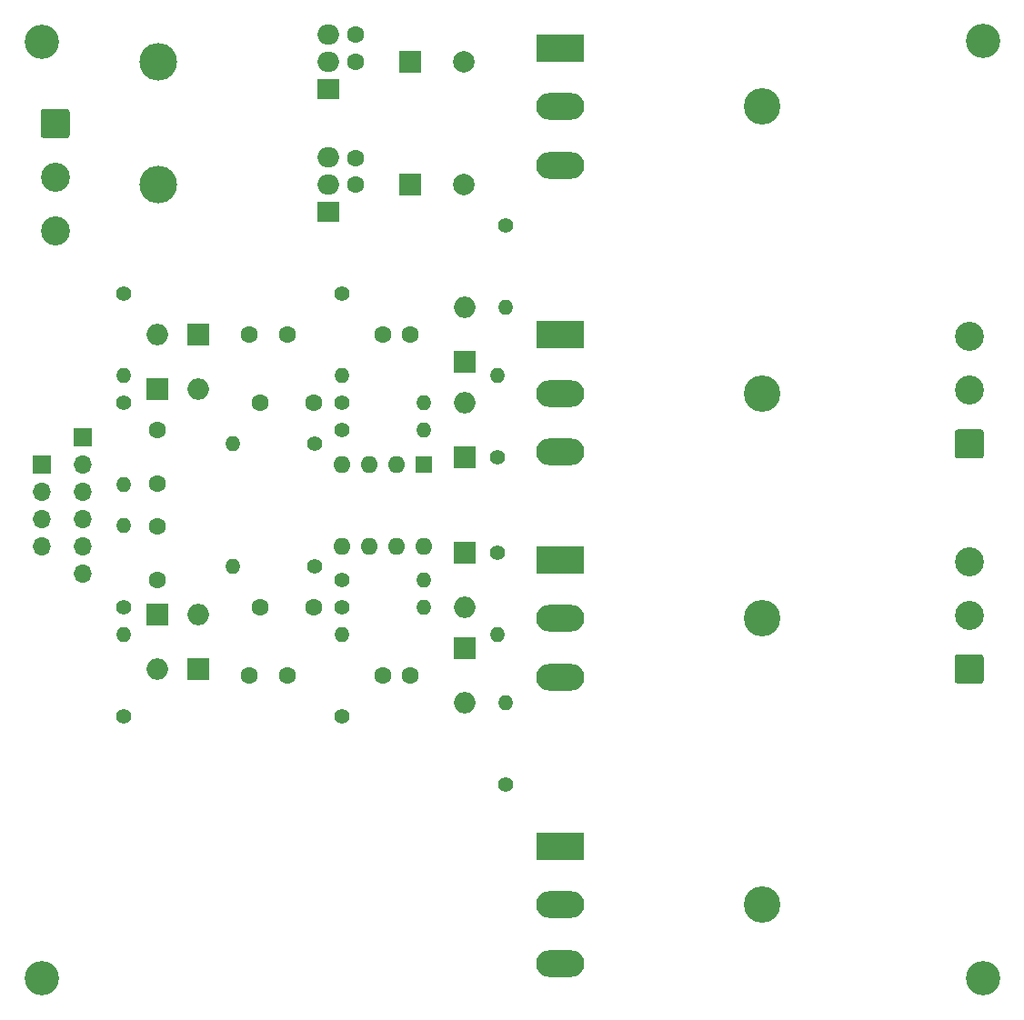
<source format=gts>
G04 #@! TF.GenerationSoftware,KiCad,Pcbnew,(5.1.9)-1*
G04 #@! TF.CreationDate,2022-04-07T18:54:58+09:00*
G04 #@! TF.ProjectId,digital_amp,64696769-7461-46c5-9f61-6d702e6b6963,rev?*
G04 #@! TF.SameCoordinates,Original*
G04 #@! TF.FileFunction,Soldermask,Top*
G04 #@! TF.FilePolarity,Negative*
%FSLAX46Y46*%
G04 Gerber Fmt 4.6, Leading zero omitted, Abs format (unit mm)*
G04 Created by KiCad (PCBNEW (5.1.9)-1) date 2022-04-07 18:54:58*
%MOMM*%
%LPD*%
G01*
G04 APERTURE LIST*
%ADD10C,2.700000*%
%ADD11C,3.200000*%
%ADD12O,1.700000X1.700000*%
%ADD13R,1.700000X1.700000*%
%ADD14O,2.000000X1.905000*%
%ADD15R,2.000000X1.905000*%
%ADD16O,3.500000X3.500000*%
%ADD17O,1.600000X1.600000*%
%ADD18R,1.600000X1.600000*%
%ADD19O,1.400000X1.400000*%
%ADD20C,1.400000*%
%ADD21O,3.400000X3.400000*%
%ADD22R,4.500000X2.500000*%
%ADD23O,4.500000X2.500000*%
%ADD24O,2.000000X2.000000*%
%ADD25R,2.000000X2.000000*%
%ADD26C,2.000000*%
%ADD27C,1.600000*%
G04 APERTURE END LIST*
D10*
X187960000Y-111285000D03*
X187960000Y-116285000D03*
G36*
G01*
X189059999Y-122635000D02*
X186860001Y-122635000D01*
G75*
G02*
X186610000Y-122384999I0J250001D01*
G01*
X186610000Y-120185001D01*
G75*
G02*
X186860001Y-119935000I250001J0D01*
G01*
X189059999Y-119935000D01*
G75*
G02*
X189310000Y-120185001I0J-250001D01*
G01*
X189310000Y-122384999D01*
G75*
G02*
X189059999Y-122635000I-250001J0D01*
G01*
G37*
X187960000Y-90330000D03*
X187960000Y-95330000D03*
G36*
G01*
X189059999Y-101680000D02*
X186860001Y-101680000D01*
G75*
G02*
X186610000Y-101429999I0J250001D01*
G01*
X186610000Y-99230001D01*
G75*
G02*
X186860001Y-98980000I250001J0D01*
G01*
X189059999Y-98980000D01*
G75*
G02*
X189310000Y-99230001I0J-250001D01*
G01*
X189310000Y-101429999D01*
G75*
G02*
X189059999Y-101680000I-250001J0D01*
G01*
G37*
D11*
X189230000Y-62785000D03*
X189230000Y-150110000D03*
X101600000Y-150110000D03*
X101600000Y-62865000D03*
D12*
X105410000Y-112395000D03*
X105410000Y-109855000D03*
X105410000Y-107315000D03*
X105410000Y-104775000D03*
X105410000Y-102235000D03*
D13*
X105410000Y-99695000D03*
D14*
X128270000Y-73660000D03*
X128270000Y-76200000D03*
D15*
X128270000Y-78740000D03*
D16*
X112470000Y-76200000D03*
D14*
X128270000Y-62230000D03*
X128270000Y-64770000D03*
D15*
X128270000Y-67310000D03*
D16*
X112470000Y-64770000D03*
D17*
X137160000Y-109855000D03*
X129540000Y-102235000D03*
X134620000Y-109855000D03*
X132080000Y-102235000D03*
X132080000Y-109855000D03*
X134620000Y-102235000D03*
X129540000Y-109855000D03*
D18*
X137160000Y-102235000D03*
D19*
X144018000Y-118110000D03*
D20*
X144018000Y-110490000D03*
D19*
X144780000Y-124460000D03*
D20*
X144780000Y-132080000D03*
D19*
X144018000Y-93980000D03*
D20*
X144018000Y-101600000D03*
D19*
X144780000Y-87630000D03*
D20*
X144780000Y-80010000D03*
D19*
X137160000Y-99060000D03*
D20*
X129540000Y-99060000D03*
D19*
X137160000Y-113030000D03*
D20*
X129540000Y-113030000D03*
D19*
X137160000Y-96520000D03*
D20*
X129540000Y-96520000D03*
D19*
X137160000Y-115570000D03*
D20*
X129540000Y-115570000D03*
D19*
X129540000Y-93980000D03*
D20*
X129540000Y-86360000D03*
D19*
X129540000Y-118110000D03*
D20*
X129540000Y-125730000D03*
D19*
X119380000Y-100330000D03*
D20*
X127000000Y-100330000D03*
D19*
X119380000Y-111760000D03*
D20*
X127000000Y-111760000D03*
X109220000Y-86360000D03*
D19*
X109220000Y-93980000D03*
X109220000Y-118110000D03*
D20*
X109220000Y-125730000D03*
D19*
X109220000Y-104140000D03*
D20*
X109220000Y-96520000D03*
D19*
X109220000Y-107950000D03*
D20*
X109220000Y-115570000D03*
D21*
X168660000Y-116575000D03*
D22*
X149860000Y-111125000D03*
D23*
X149860000Y-116575000D03*
X149860000Y-122025000D03*
D21*
X168660000Y-143245000D03*
D22*
X149860000Y-137795000D03*
D23*
X149860000Y-143245000D03*
X149860000Y-148695000D03*
X149860000Y-101070000D03*
X149860000Y-95620000D03*
D22*
X149860000Y-90170000D03*
D21*
X168660000Y-95620000D03*
D23*
X149860000Y-74370000D03*
X149860000Y-68920000D03*
D22*
X149860000Y-63470000D03*
D21*
X168660000Y-68920000D03*
D10*
X102870000Y-80485000D03*
X102870000Y-75485000D03*
G36*
G01*
X101770001Y-69135000D02*
X103969999Y-69135000D01*
G75*
G02*
X104220000Y-69385001I0J-250001D01*
G01*
X104220000Y-71584999D01*
G75*
G02*
X103969999Y-71835000I-250001J0D01*
G01*
X101770001Y-71835000D01*
G75*
G02*
X101520000Y-71584999I0J250001D01*
G01*
X101520000Y-69385001D01*
G75*
G02*
X101770001Y-69135000I250001J0D01*
G01*
G37*
D12*
X101600000Y-109855000D03*
X101600000Y-107315000D03*
X101600000Y-104775000D03*
D13*
X101600000Y-102235000D03*
D24*
X140970000Y-115570000D03*
D25*
X140970000Y-110490000D03*
D24*
X140970000Y-124460000D03*
D25*
X140970000Y-119380000D03*
D24*
X140970000Y-96520000D03*
D25*
X140970000Y-101600000D03*
D24*
X140970000Y-87630000D03*
D25*
X140970000Y-92710000D03*
D24*
X112395000Y-90170000D03*
D25*
X112395000Y-95250000D03*
D24*
X116205000Y-95250000D03*
D25*
X116205000Y-90170000D03*
D24*
X112395000Y-121285000D03*
D25*
X112395000Y-116205000D03*
D24*
X116205000Y-116205000D03*
D25*
X116205000Y-121285000D03*
D26*
X140890000Y-76200000D03*
D25*
X135890000Y-76200000D03*
D26*
X140890000Y-64770000D03*
D25*
X135890000Y-64770000D03*
D27*
X130810000Y-73700000D03*
X130810000Y-76200000D03*
X130810000Y-64730000D03*
X130810000Y-62230000D03*
X133390000Y-121920000D03*
X135890000Y-121920000D03*
X133390000Y-90170000D03*
X135890000Y-90170000D03*
X126920000Y-96520000D03*
X121920000Y-96520000D03*
X126920000Y-115570000D03*
X121920000Y-115570000D03*
X120960000Y-90170000D03*
X124460000Y-90170000D03*
X120960000Y-121920000D03*
X124460000Y-121920000D03*
X112395000Y-104060000D03*
X112395000Y-99060000D03*
X112395000Y-108030000D03*
X112395000Y-113030000D03*
M02*

</source>
